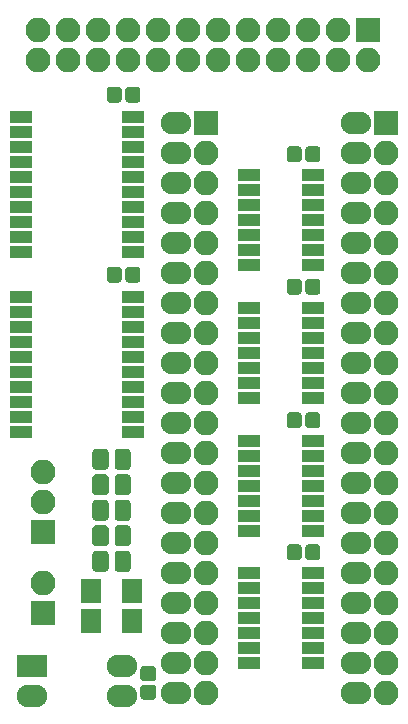
<source format=gts>
G04 #@! TF.GenerationSoftware,KiCad,Pcbnew,(5.1.2-1)-1*
G04 #@! TF.CreationDate,2019-05-24T16:53:51+02:00*
G04 #@! TF.ProjectId,TriMod CBM Adapter (SMD-Version),5472694d-6f64-4204-9342-4d2041646170,1.1*
G04 #@! TF.SameCoordinates,Original*
G04 #@! TF.FileFunction,Soldermask,Top*
G04 #@! TF.FilePolarity,Negative*
%FSLAX46Y46*%
G04 Gerber Fmt 4.6, Leading zero omitted, Abs format (unit mm)*
G04 Created by KiCad (PCBNEW (5.1.2-1)-1) date 2019-05-24 16:53:51*
%MOMM*%
%LPD*%
G04 APERTURE LIST*
%ADD10R,2.100000X2.100000*%
%ADD11O,2.100000X2.100000*%
%ADD12R,1.700000X2.100000*%
%ADD13C,0.100000*%
%ADD14C,1.375000*%
%ADD15R,2.597100X1.898600*%
%ADD16O,2.597100X1.898600*%
%ADD17R,1.900000X1.000000*%
%ADD18O,2.600000X1.900000*%
%ADD19C,1.275000*%
G04 APERTURE END LIST*
D10*
X119570000Y-110871000D03*
D11*
X119570000Y-108331000D03*
X119570000Y-105791000D03*
D12*
X127099000Y-118364000D03*
X123599000Y-118364000D03*
X123599000Y-115824000D03*
X127099000Y-115824000D03*
D11*
X133350000Y-124460000D03*
X133350000Y-121920000D03*
X133350000Y-119380000D03*
X133350000Y-116840000D03*
X133350000Y-114300000D03*
X133350000Y-111760000D03*
X133350000Y-109220000D03*
X133350000Y-106680000D03*
X133350000Y-104140000D03*
X133350000Y-101600000D03*
X133350000Y-99060000D03*
X133350000Y-96520000D03*
X133350000Y-93980000D03*
X133350000Y-91440000D03*
X133350000Y-88900000D03*
X133350000Y-86360000D03*
X133350000Y-83820000D03*
X133350000Y-81280000D03*
X133350000Y-78740000D03*
D10*
X133350000Y-76200000D03*
X148590000Y-76200000D03*
D11*
X148590000Y-78740000D03*
X148590000Y-81280000D03*
X148590000Y-83820000D03*
X148590000Y-86360000D03*
X148590000Y-88900000D03*
X148590000Y-91440000D03*
X148590000Y-93980000D03*
X148590000Y-96520000D03*
X148590000Y-99060000D03*
X148590000Y-101600000D03*
X148590000Y-104140000D03*
X148590000Y-106680000D03*
X148590000Y-109220000D03*
X148590000Y-111760000D03*
X148590000Y-114300000D03*
X148590000Y-116840000D03*
X148590000Y-119380000D03*
X148590000Y-121920000D03*
X148590000Y-124460000D03*
X119126000Y-70866000D03*
X119126000Y-68326000D03*
X121666000Y-70866000D03*
X121666000Y-68326000D03*
X124206000Y-70866000D03*
X124206000Y-68326000D03*
X126746000Y-70866000D03*
X126746000Y-68326000D03*
X129286000Y-70866000D03*
X129286000Y-68326000D03*
X131826000Y-70866000D03*
X131826000Y-68326000D03*
X134366000Y-70866000D03*
X134366000Y-68326000D03*
X136906000Y-70866000D03*
X136906000Y-68326000D03*
X139446000Y-70866000D03*
X139446000Y-68326000D03*
X141986000Y-70866000D03*
X141986000Y-68326000D03*
X144526000Y-70866000D03*
X144526000Y-68326000D03*
X147066000Y-70866000D03*
D10*
X147066000Y-68326000D03*
X119570000Y-117729000D03*
D11*
X119570000Y-115189000D03*
D13*
G36*
X126663943Y-103813655D02*
G01*
X126697312Y-103818605D01*
X126730035Y-103826802D01*
X126761797Y-103838166D01*
X126792293Y-103852590D01*
X126821227Y-103869932D01*
X126848323Y-103890028D01*
X126873318Y-103912682D01*
X126895972Y-103937677D01*
X126916068Y-103964773D01*
X126933410Y-103993707D01*
X126947834Y-104024203D01*
X126959198Y-104055965D01*
X126967395Y-104088688D01*
X126972345Y-104122057D01*
X126974000Y-104155750D01*
X126974000Y-105268250D01*
X126972345Y-105301943D01*
X126967395Y-105335312D01*
X126959198Y-105368035D01*
X126947834Y-105399797D01*
X126933410Y-105430293D01*
X126916068Y-105459227D01*
X126895972Y-105486323D01*
X126873318Y-105511318D01*
X126848323Y-105533972D01*
X126821227Y-105554068D01*
X126792293Y-105571410D01*
X126761797Y-105585834D01*
X126730035Y-105597198D01*
X126697312Y-105605395D01*
X126663943Y-105610345D01*
X126630250Y-105612000D01*
X125942750Y-105612000D01*
X125909057Y-105610345D01*
X125875688Y-105605395D01*
X125842965Y-105597198D01*
X125811203Y-105585834D01*
X125780707Y-105571410D01*
X125751773Y-105554068D01*
X125724677Y-105533972D01*
X125699682Y-105511318D01*
X125677028Y-105486323D01*
X125656932Y-105459227D01*
X125639590Y-105430293D01*
X125625166Y-105399797D01*
X125613802Y-105368035D01*
X125605605Y-105335312D01*
X125600655Y-105301943D01*
X125599000Y-105268250D01*
X125599000Y-104155750D01*
X125600655Y-104122057D01*
X125605605Y-104088688D01*
X125613802Y-104055965D01*
X125625166Y-104024203D01*
X125639590Y-103993707D01*
X125656932Y-103964773D01*
X125677028Y-103937677D01*
X125699682Y-103912682D01*
X125724677Y-103890028D01*
X125751773Y-103869932D01*
X125780707Y-103852590D01*
X125811203Y-103838166D01*
X125842965Y-103826802D01*
X125875688Y-103818605D01*
X125909057Y-103813655D01*
X125942750Y-103812000D01*
X126630250Y-103812000D01*
X126663943Y-103813655D01*
X126663943Y-103813655D01*
G37*
D14*
X126286500Y-104712000D03*
D13*
G36*
X124788943Y-103813655D02*
G01*
X124822312Y-103818605D01*
X124855035Y-103826802D01*
X124886797Y-103838166D01*
X124917293Y-103852590D01*
X124946227Y-103869932D01*
X124973323Y-103890028D01*
X124998318Y-103912682D01*
X125020972Y-103937677D01*
X125041068Y-103964773D01*
X125058410Y-103993707D01*
X125072834Y-104024203D01*
X125084198Y-104055965D01*
X125092395Y-104088688D01*
X125097345Y-104122057D01*
X125099000Y-104155750D01*
X125099000Y-105268250D01*
X125097345Y-105301943D01*
X125092395Y-105335312D01*
X125084198Y-105368035D01*
X125072834Y-105399797D01*
X125058410Y-105430293D01*
X125041068Y-105459227D01*
X125020972Y-105486323D01*
X124998318Y-105511318D01*
X124973323Y-105533972D01*
X124946227Y-105554068D01*
X124917293Y-105571410D01*
X124886797Y-105585834D01*
X124855035Y-105597198D01*
X124822312Y-105605395D01*
X124788943Y-105610345D01*
X124755250Y-105612000D01*
X124067750Y-105612000D01*
X124034057Y-105610345D01*
X124000688Y-105605395D01*
X123967965Y-105597198D01*
X123936203Y-105585834D01*
X123905707Y-105571410D01*
X123876773Y-105554068D01*
X123849677Y-105533972D01*
X123824682Y-105511318D01*
X123802028Y-105486323D01*
X123781932Y-105459227D01*
X123764590Y-105430293D01*
X123750166Y-105399797D01*
X123738802Y-105368035D01*
X123730605Y-105335312D01*
X123725655Y-105301943D01*
X123724000Y-105268250D01*
X123724000Y-104155750D01*
X123725655Y-104122057D01*
X123730605Y-104088688D01*
X123738802Y-104055965D01*
X123750166Y-104024203D01*
X123764590Y-103993707D01*
X123781932Y-103964773D01*
X123802028Y-103937677D01*
X123824682Y-103912682D01*
X123849677Y-103890028D01*
X123876773Y-103869932D01*
X123905707Y-103852590D01*
X123936203Y-103838166D01*
X123967965Y-103826802D01*
X124000688Y-103818605D01*
X124034057Y-103813655D01*
X124067750Y-103812000D01*
X124755250Y-103812000D01*
X124788943Y-103813655D01*
X124788943Y-103813655D01*
G37*
D14*
X124411500Y-104712000D03*
D13*
G36*
X126663943Y-105971655D02*
G01*
X126697312Y-105976605D01*
X126730035Y-105984802D01*
X126761797Y-105996166D01*
X126792293Y-106010590D01*
X126821227Y-106027932D01*
X126848323Y-106048028D01*
X126873318Y-106070682D01*
X126895972Y-106095677D01*
X126916068Y-106122773D01*
X126933410Y-106151707D01*
X126947834Y-106182203D01*
X126959198Y-106213965D01*
X126967395Y-106246688D01*
X126972345Y-106280057D01*
X126974000Y-106313750D01*
X126974000Y-107426250D01*
X126972345Y-107459943D01*
X126967395Y-107493312D01*
X126959198Y-107526035D01*
X126947834Y-107557797D01*
X126933410Y-107588293D01*
X126916068Y-107617227D01*
X126895972Y-107644323D01*
X126873318Y-107669318D01*
X126848323Y-107691972D01*
X126821227Y-107712068D01*
X126792293Y-107729410D01*
X126761797Y-107743834D01*
X126730035Y-107755198D01*
X126697312Y-107763395D01*
X126663943Y-107768345D01*
X126630250Y-107770000D01*
X125942750Y-107770000D01*
X125909057Y-107768345D01*
X125875688Y-107763395D01*
X125842965Y-107755198D01*
X125811203Y-107743834D01*
X125780707Y-107729410D01*
X125751773Y-107712068D01*
X125724677Y-107691972D01*
X125699682Y-107669318D01*
X125677028Y-107644323D01*
X125656932Y-107617227D01*
X125639590Y-107588293D01*
X125625166Y-107557797D01*
X125613802Y-107526035D01*
X125605605Y-107493312D01*
X125600655Y-107459943D01*
X125599000Y-107426250D01*
X125599000Y-106313750D01*
X125600655Y-106280057D01*
X125605605Y-106246688D01*
X125613802Y-106213965D01*
X125625166Y-106182203D01*
X125639590Y-106151707D01*
X125656932Y-106122773D01*
X125677028Y-106095677D01*
X125699682Y-106070682D01*
X125724677Y-106048028D01*
X125751773Y-106027932D01*
X125780707Y-106010590D01*
X125811203Y-105996166D01*
X125842965Y-105984802D01*
X125875688Y-105976605D01*
X125909057Y-105971655D01*
X125942750Y-105970000D01*
X126630250Y-105970000D01*
X126663943Y-105971655D01*
X126663943Y-105971655D01*
G37*
D14*
X126286500Y-106870000D03*
D13*
G36*
X124788943Y-105971655D02*
G01*
X124822312Y-105976605D01*
X124855035Y-105984802D01*
X124886797Y-105996166D01*
X124917293Y-106010590D01*
X124946227Y-106027932D01*
X124973323Y-106048028D01*
X124998318Y-106070682D01*
X125020972Y-106095677D01*
X125041068Y-106122773D01*
X125058410Y-106151707D01*
X125072834Y-106182203D01*
X125084198Y-106213965D01*
X125092395Y-106246688D01*
X125097345Y-106280057D01*
X125099000Y-106313750D01*
X125099000Y-107426250D01*
X125097345Y-107459943D01*
X125092395Y-107493312D01*
X125084198Y-107526035D01*
X125072834Y-107557797D01*
X125058410Y-107588293D01*
X125041068Y-107617227D01*
X125020972Y-107644323D01*
X124998318Y-107669318D01*
X124973323Y-107691972D01*
X124946227Y-107712068D01*
X124917293Y-107729410D01*
X124886797Y-107743834D01*
X124855035Y-107755198D01*
X124822312Y-107763395D01*
X124788943Y-107768345D01*
X124755250Y-107770000D01*
X124067750Y-107770000D01*
X124034057Y-107768345D01*
X124000688Y-107763395D01*
X123967965Y-107755198D01*
X123936203Y-107743834D01*
X123905707Y-107729410D01*
X123876773Y-107712068D01*
X123849677Y-107691972D01*
X123824682Y-107669318D01*
X123802028Y-107644323D01*
X123781932Y-107617227D01*
X123764590Y-107588293D01*
X123750166Y-107557797D01*
X123738802Y-107526035D01*
X123730605Y-107493312D01*
X123725655Y-107459943D01*
X123724000Y-107426250D01*
X123724000Y-106313750D01*
X123725655Y-106280057D01*
X123730605Y-106246688D01*
X123738802Y-106213965D01*
X123750166Y-106182203D01*
X123764590Y-106151707D01*
X123781932Y-106122773D01*
X123802028Y-106095677D01*
X123824682Y-106070682D01*
X123849677Y-106048028D01*
X123876773Y-106027932D01*
X123905707Y-106010590D01*
X123936203Y-105996166D01*
X123967965Y-105984802D01*
X124000688Y-105976605D01*
X124034057Y-105971655D01*
X124067750Y-105970000D01*
X124755250Y-105970000D01*
X124788943Y-105971655D01*
X124788943Y-105971655D01*
G37*
D14*
X124411500Y-106870000D03*
D13*
G36*
X124788943Y-108131655D02*
G01*
X124822312Y-108136605D01*
X124855035Y-108144802D01*
X124886797Y-108156166D01*
X124917293Y-108170590D01*
X124946227Y-108187932D01*
X124973323Y-108208028D01*
X124998318Y-108230682D01*
X125020972Y-108255677D01*
X125041068Y-108282773D01*
X125058410Y-108311707D01*
X125072834Y-108342203D01*
X125084198Y-108373965D01*
X125092395Y-108406688D01*
X125097345Y-108440057D01*
X125099000Y-108473750D01*
X125099000Y-109586250D01*
X125097345Y-109619943D01*
X125092395Y-109653312D01*
X125084198Y-109686035D01*
X125072834Y-109717797D01*
X125058410Y-109748293D01*
X125041068Y-109777227D01*
X125020972Y-109804323D01*
X124998318Y-109829318D01*
X124973323Y-109851972D01*
X124946227Y-109872068D01*
X124917293Y-109889410D01*
X124886797Y-109903834D01*
X124855035Y-109915198D01*
X124822312Y-109923395D01*
X124788943Y-109928345D01*
X124755250Y-109930000D01*
X124067750Y-109930000D01*
X124034057Y-109928345D01*
X124000688Y-109923395D01*
X123967965Y-109915198D01*
X123936203Y-109903834D01*
X123905707Y-109889410D01*
X123876773Y-109872068D01*
X123849677Y-109851972D01*
X123824682Y-109829318D01*
X123802028Y-109804323D01*
X123781932Y-109777227D01*
X123764590Y-109748293D01*
X123750166Y-109717797D01*
X123738802Y-109686035D01*
X123730605Y-109653312D01*
X123725655Y-109619943D01*
X123724000Y-109586250D01*
X123724000Y-108473750D01*
X123725655Y-108440057D01*
X123730605Y-108406688D01*
X123738802Y-108373965D01*
X123750166Y-108342203D01*
X123764590Y-108311707D01*
X123781932Y-108282773D01*
X123802028Y-108255677D01*
X123824682Y-108230682D01*
X123849677Y-108208028D01*
X123876773Y-108187932D01*
X123905707Y-108170590D01*
X123936203Y-108156166D01*
X123967965Y-108144802D01*
X124000688Y-108136605D01*
X124034057Y-108131655D01*
X124067750Y-108130000D01*
X124755250Y-108130000D01*
X124788943Y-108131655D01*
X124788943Y-108131655D01*
G37*
D14*
X124411500Y-109030000D03*
D13*
G36*
X126663943Y-108131655D02*
G01*
X126697312Y-108136605D01*
X126730035Y-108144802D01*
X126761797Y-108156166D01*
X126792293Y-108170590D01*
X126821227Y-108187932D01*
X126848323Y-108208028D01*
X126873318Y-108230682D01*
X126895972Y-108255677D01*
X126916068Y-108282773D01*
X126933410Y-108311707D01*
X126947834Y-108342203D01*
X126959198Y-108373965D01*
X126967395Y-108406688D01*
X126972345Y-108440057D01*
X126974000Y-108473750D01*
X126974000Y-109586250D01*
X126972345Y-109619943D01*
X126967395Y-109653312D01*
X126959198Y-109686035D01*
X126947834Y-109717797D01*
X126933410Y-109748293D01*
X126916068Y-109777227D01*
X126895972Y-109804323D01*
X126873318Y-109829318D01*
X126848323Y-109851972D01*
X126821227Y-109872068D01*
X126792293Y-109889410D01*
X126761797Y-109903834D01*
X126730035Y-109915198D01*
X126697312Y-109923395D01*
X126663943Y-109928345D01*
X126630250Y-109930000D01*
X125942750Y-109930000D01*
X125909057Y-109928345D01*
X125875688Y-109923395D01*
X125842965Y-109915198D01*
X125811203Y-109903834D01*
X125780707Y-109889410D01*
X125751773Y-109872068D01*
X125724677Y-109851972D01*
X125699682Y-109829318D01*
X125677028Y-109804323D01*
X125656932Y-109777227D01*
X125639590Y-109748293D01*
X125625166Y-109717797D01*
X125613802Y-109686035D01*
X125605605Y-109653312D01*
X125600655Y-109619943D01*
X125599000Y-109586250D01*
X125599000Y-108473750D01*
X125600655Y-108440057D01*
X125605605Y-108406688D01*
X125613802Y-108373965D01*
X125625166Y-108342203D01*
X125639590Y-108311707D01*
X125656932Y-108282773D01*
X125677028Y-108255677D01*
X125699682Y-108230682D01*
X125724677Y-108208028D01*
X125751773Y-108187932D01*
X125780707Y-108170590D01*
X125811203Y-108156166D01*
X125842965Y-108144802D01*
X125875688Y-108136605D01*
X125909057Y-108131655D01*
X125942750Y-108130000D01*
X126630250Y-108130000D01*
X126663943Y-108131655D01*
X126663943Y-108131655D01*
G37*
D14*
X126286500Y-109030000D03*
D13*
G36*
X126663943Y-110289655D02*
G01*
X126697312Y-110294605D01*
X126730035Y-110302802D01*
X126761797Y-110314166D01*
X126792293Y-110328590D01*
X126821227Y-110345932D01*
X126848323Y-110366028D01*
X126873318Y-110388682D01*
X126895972Y-110413677D01*
X126916068Y-110440773D01*
X126933410Y-110469707D01*
X126947834Y-110500203D01*
X126959198Y-110531965D01*
X126967395Y-110564688D01*
X126972345Y-110598057D01*
X126974000Y-110631750D01*
X126974000Y-111744250D01*
X126972345Y-111777943D01*
X126967395Y-111811312D01*
X126959198Y-111844035D01*
X126947834Y-111875797D01*
X126933410Y-111906293D01*
X126916068Y-111935227D01*
X126895972Y-111962323D01*
X126873318Y-111987318D01*
X126848323Y-112009972D01*
X126821227Y-112030068D01*
X126792293Y-112047410D01*
X126761797Y-112061834D01*
X126730035Y-112073198D01*
X126697312Y-112081395D01*
X126663943Y-112086345D01*
X126630250Y-112088000D01*
X125942750Y-112088000D01*
X125909057Y-112086345D01*
X125875688Y-112081395D01*
X125842965Y-112073198D01*
X125811203Y-112061834D01*
X125780707Y-112047410D01*
X125751773Y-112030068D01*
X125724677Y-112009972D01*
X125699682Y-111987318D01*
X125677028Y-111962323D01*
X125656932Y-111935227D01*
X125639590Y-111906293D01*
X125625166Y-111875797D01*
X125613802Y-111844035D01*
X125605605Y-111811312D01*
X125600655Y-111777943D01*
X125599000Y-111744250D01*
X125599000Y-110631750D01*
X125600655Y-110598057D01*
X125605605Y-110564688D01*
X125613802Y-110531965D01*
X125625166Y-110500203D01*
X125639590Y-110469707D01*
X125656932Y-110440773D01*
X125677028Y-110413677D01*
X125699682Y-110388682D01*
X125724677Y-110366028D01*
X125751773Y-110345932D01*
X125780707Y-110328590D01*
X125811203Y-110314166D01*
X125842965Y-110302802D01*
X125875688Y-110294605D01*
X125909057Y-110289655D01*
X125942750Y-110288000D01*
X126630250Y-110288000D01*
X126663943Y-110289655D01*
X126663943Y-110289655D01*
G37*
D14*
X126286500Y-111188000D03*
D13*
G36*
X124788943Y-110289655D02*
G01*
X124822312Y-110294605D01*
X124855035Y-110302802D01*
X124886797Y-110314166D01*
X124917293Y-110328590D01*
X124946227Y-110345932D01*
X124973323Y-110366028D01*
X124998318Y-110388682D01*
X125020972Y-110413677D01*
X125041068Y-110440773D01*
X125058410Y-110469707D01*
X125072834Y-110500203D01*
X125084198Y-110531965D01*
X125092395Y-110564688D01*
X125097345Y-110598057D01*
X125099000Y-110631750D01*
X125099000Y-111744250D01*
X125097345Y-111777943D01*
X125092395Y-111811312D01*
X125084198Y-111844035D01*
X125072834Y-111875797D01*
X125058410Y-111906293D01*
X125041068Y-111935227D01*
X125020972Y-111962323D01*
X124998318Y-111987318D01*
X124973323Y-112009972D01*
X124946227Y-112030068D01*
X124917293Y-112047410D01*
X124886797Y-112061834D01*
X124855035Y-112073198D01*
X124822312Y-112081395D01*
X124788943Y-112086345D01*
X124755250Y-112088000D01*
X124067750Y-112088000D01*
X124034057Y-112086345D01*
X124000688Y-112081395D01*
X123967965Y-112073198D01*
X123936203Y-112061834D01*
X123905707Y-112047410D01*
X123876773Y-112030068D01*
X123849677Y-112009972D01*
X123824682Y-111987318D01*
X123802028Y-111962323D01*
X123781932Y-111935227D01*
X123764590Y-111906293D01*
X123750166Y-111875797D01*
X123738802Y-111844035D01*
X123730605Y-111811312D01*
X123725655Y-111777943D01*
X123724000Y-111744250D01*
X123724000Y-110631750D01*
X123725655Y-110598057D01*
X123730605Y-110564688D01*
X123738802Y-110531965D01*
X123750166Y-110500203D01*
X123764590Y-110469707D01*
X123781932Y-110440773D01*
X123802028Y-110413677D01*
X123824682Y-110388682D01*
X123849677Y-110366028D01*
X123876773Y-110345932D01*
X123905707Y-110328590D01*
X123936203Y-110314166D01*
X123967965Y-110302802D01*
X124000688Y-110294605D01*
X124034057Y-110289655D01*
X124067750Y-110288000D01*
X124755250Y-110288000D01*
X124788943Y-110289655D01*
X124788943Y-110289655D01*
G37*
D14*
X124411500Y-111188000D03*
D13*
G36*
X126663943Y-112449655D02*
G01*
X126697312Y-112454605D01*
X126730035Y-112462802D01*
X126761797Y-112474166D01*
X126792293Y-112488590D01*
X126821227Y-112505932D01*
X126848323Y-112526028D01*
X126873318Y-112548682D01*
X126895972Y-112573677D01*
X126916068Y-112600773D01*
X126933410Y-112629707D01*
X126947834Y-112660203D01*
X126959198Y-112691965D01*
X126967395Y-112724688D01*
X126972345Y-112758057D01*
X126974000Y-112791750D01*
X126974000Y-113904250D01*
X126972345Y-113937943D01*
X126967395Y-113971312D01*
X126959198Y-114004035D01*
X126947834Y-114035797D01*
X126933410Y-114066293D01*
X126916068Y-114095227D01*
X126895972Y-114122323D01*
X126873318Y-114147318D01*
X126848323Y-114169972D01*
X126821227Y-114190068D01*
X126792293Y-114207410D01*
X126761797Y-114221834D01*
X126730035Y-114233198D01*
X126697312Y-114241395D01*
X126663943Y-114246345D01*
X126630250Y-114248000D01*
X125942750Y-114248000D01*
X125909057Y-114246345D01*
X125875688Y-114241395D01*
X125842965Y-114233198D01*
X125811203Y-114221834D01*
X125780707Y-114207410D01*
X125751773Y-114190068D01*
X125724677Y-114169972D01*
X125699682Y-114147318D01*
X125677028Y-114122323D01*
X125656932Y-114095227D01*
X125639590Y-114066293D01*
X125625166Y-114035797D01*
X125613802Y-114004035D01*
X125605605Y-113971312D01*
X125600655Y-113937943D01*
X125599000Y-113904250D01*
X125599000Y-112791750D01*
X125600655Y-112758057D01*
X125605605Y-112724688D01*
X125613802Y-112691965D01*
X125625166Y-112660203D01*
X125639590Y-112629707D01*
X125656932Y-112600773D01*
X125677028Y-112573677D01*
X125699682Y-112548682D01*
X125724677Y-112526028D01*
X125751773Y-112505932D01*
X125780707Y-112488590D01*
X125811203Y-112474166D01*
X125842965Y-112462802D01*
X125875688Y-112454605D01*
X125909057Y-112449655D01*
X125942750Y-112448000D01*
X126630250Y-112448000D01*
X126663943Y-112449655D01*
X126663943Y-112449655D01*
G37*
D14*
X126286500Y-113348000D03*
D13*
G36*
X124788943Y-112449655D02*
G01*
X124822312Y-112454605D01*
X124855035Y-112462802D01*
X124886797Y-112474166D01*
X124917293Y-112488590D01*
X124946227Y-112505932D01*
X124973323Y-112526028D01*
X124998318Y-112548682D01*
X125020972Y-112573677D01*
X125041068Y-112600773D01*
X125058410Y-112629707D01*
X125072834Y-112660203D01*
X125084198Y-112691965D01*
X125092395Y-112724688D01*
X125097345Y-112758057D01*
X125099000Y-112791750D01*
X125099000Y-113904250D01*
X125097345Y-113937943D01*
X125092395Y-113971312D01*
X125084198Y-114004035D01*
X125072834Y-114035797D01*
X125058410Y-114066293D01*
X125041068Y-114095227D01*
X125020972Y-114122323D01*
X124998318Y-114147318D01*
X124973323Y-114169972D01*
X124946227Y-114190068D01*
X124917293Y-114207410D01*
X124886797Y-114221834D01*
X124855035Y-114233198D01*
X124822312Y-114241395D01*
X124788943Y-114246345D01*
X124755250Y-114248000D01*
X124067750Y-114248000D01*
X124034057Y-114246345D01*
X124000688Y-114241395D01*
X123967965Y-114233198D01*
X123936203Y-114221834D01*
X123905707Y-114207410D01*
X123876773Y-114190068D01*
X123849677Y-114169972D01*
X123824682Y-114147318D01*
X123802028Y-114122323D01*
X123781932Y-114095227D01*
X123764590Y-114066293D01*
X123750166Y-114035797D01*
X123738802Y-114004035D01*
X123730605Y-113971312D01*
X123725655Y-113937943D01*
X123724000Y-113904250D01*
X123724000Y-112791750D01*
X123725655Y-112758057D01*
X123730605Y-112724688D01*
X123738802Y-112691965D01*
X123750166Y-112660203D01*
X123764590Y-112629707D01*
X123781932Y-112600773D01*
X123802028Y-112573677D01*
X123824682Y-112548682D01*
X123849677Y-112526028D01*
X123876773Y-112505932D01*
X123905707Y-112488590D01*
X123936203Y-112474166D01*
X123967965Y-112462802D01*
X124000688Y-112454605D01*
X124034057Y-112449655D01*
X124067750Y-112448000D01*
X124755250Y-112448000D01*
X124788943Y-112449655D01*
X124788943Y-112449655D01*
G37*
D14*
X124411500Y-113348000D03*
D15*
X118618000Y-122174000D03*
D16*
X126238000Y-122174000D03*
X118618000Y-124714000D03*
X126238000Y-124714000D03*
D17*
X142400000Y-114300000D03*
X142400000Y-115570000D03*
X142400000Y-116840000D03*
X142400000Y-118110000D03*
X142400000Y-119380000D03*
X142400000Y-120650000D03*
X142400000Y-121920000D03*
X137000000Y-121920000D03*
X137000000Y-120650000D03*
X137000000Y-119380000D03*
X137000000Y-118110000D03*
X137000000Y-116840000D03*
X137000000Y-115570000D03*
X137000000Y-114300000D03*
X137000000Y-103188000D03*
X137000000Y-104458000D03*
X137000000Y-105728000D03*
X137000000Y-106998000D03*
X137000000Y-108268000D03*
X137000000Y-109538000D03*
X137000000Y-110808000D03*
X142400000Y-110808000D03*
X142400000Y-109538000D03*
X142400000Y-108268000D03*
X142400000Y-106998000D03*
X142400000Y-105728000D03*
X142400000Y-104458000D03*
X142400000Y-103188000D03*
X142400000Y-91884500D03*
X142400000Y-93154500D03*
X142400000Y-94424500D03*
X142400000Y-95694500D03*
X142400000Y-96964500D03*
X142400000Y-98234500D03*
X142400000Y-99504500D03*
X137000000Y-99504500D03*
X137000000Y-98234500D03*
X137000000Y-96964500D03*
X137000000Y-95694500D03*
X137000000Y-94424500D03*
X137000000Y-93154500D03*
X137000000Y-91884500D03*
D18*
X130810000Y-76200000D03*
X130810000Y-78740000D03*
X130810000Y-81280000D03*
X130810000Y-83820000D03*
X130810000Y-86360000D03*
X130810000Y-88900000D03*
X130810000Y-91440000D03*
X130810000Y-93980000D03*
X130810000Y-96520000D03*
X130810000Y-99060000D03*
X130810000Y-101600000D03*
X130810000Y-104140000D03*
X130810000Y-106680000D03*
X130810000Y-109220000D03*
X130810000Y-111760000D03*
X130810000Y-114300000D03*
X130810000Y-116840000D03*
X130810000Y-119380000D03*
X130810000Y-121920000D03*
X130810000Y-124460000D03*
X146050000Y-124460000D03*
X146050000Y-121920000D03*
X146050000Y-119380000D03*
X146050000Y-116840000D03*
X146050000Y-114300000D03*
X146050000Y-111760000D03*
X146050000Y-109220000D03*
X146050000Y-106680000D03*
X146050000Y-104140000D03*
X146050000Y-101600000D03*
X146050000Y-99060000D03*
X146050000Y-96520000D03*
X146050000Y-93980000D03*
X146050000Y-91440000D03*
X146050000Y-88900000D03*
X146050000Y-86360000D03*
X146050000Y-83820000D03*
X146050000Y-81280000D03*
X146050000Y-78740000D03*
X146050000Y-76200000D03*
D17*
X117678000Y-82105500D03*
X117678000Y-80835500D03*
X117678000Y-79565500D03*
X117678000Y-78295500D03*
X117678000Y-77025500D03*
X117678000Y-75755500D03*
X117678000Y-83375500D03*
X117678000Y-84645500D03*
X117678000Y-85915500D03*
X117678000Y-87185500D03*
X127178000Y-87185500D03*
X127178000Y-85915500D03*
X127178000Y-84645500D03*
X127178000Y-83375500D03*
X127178000Y-82105500D03*
X127178000Y-80835500D03*
X127178000Y-79565500D03*
X127178000Y-78295500D03*
X127178000Y-77025500D03*
X127178000Y-75755500D03*
X127178000Y-90995500D03*
X127178000Y-92265500D03*
X127178000Y-93535500D03*
X127178000Y-94805500D03*
X127178000Y-96075500D03*
X127178000Y-97345500D03*
X127178000Y-98615500D03*
X127178000Y-99885500D03*
X127178000Y-101155500D03*
X127178000Y-102425500D03*
X117678000Y-102425500D03*
X117678000Y-101155500D03*
X117678000Y-99885500D03*
X117678000Y-98615500D03*
X117678000Y-90995500D03*
X117678000Y-92265500D03*
X117678000Y-93535500D03*
X117678000Y-94805500D03*
X117678000Y-96075500D03*
X117678000Y-97345500D03*
X137000000Y-80645000D03*
X137000000Y-81915000D03*
X137000000Y-83185000D03*
X137000000Y-84455000D03*
X137000000Y-85725000D03*
X137000000Y-86995000D03*
X137000000Y-88265000D03*
X142400000Y-88265000D03*
X142400000Y-86995000D03*
X142400000Y-85725000D03*
X142400000Y-84455000D03*
X142400000Y-83185000D03*
X142400000Y-81915000D03*
X142400000Y-80645000D03*
D13*
G36*
X141167493Y-111912535D02*
G01*
X141198435Y-111917125D01*
X141228778Y-111924725D01*
X141258230Y-111935263D01*
X141286508Y-111948638D01*
X141313338Y-111964719D01*
X141338463Y-111983353D01*
X141361640Y-112004360D01*
X141382647Y-112027537D01*
X141401281Y-112052662D01*
X141417362Y-112079492D01*
X141430737Y-112107770D01*
X141441275Y-112137222D01*
X141448875Y-112167565D01*
X141453465Y-112198507D01*
X141455000Y-112229750D01*
X141455000Y-112942250D01*
X141453465Y-112973493D01*
X141448875Y-113004435D01*
X141441275Y-113034778D01*
X141430737Y-113064230D01*
X141417362Y-113092508D01*
X141401281Y-113119338D01*
X141382647Y-113144463D01*
X141361640Y-113167640D01*
X141338463Y-113188647D01*
X141313338Y-113207281D01*
X141286508Y-113223362D01*
X141258230Y-113236737D01*
X141228778Y-113247275D01*
X141198435Y-113254875D01*
X141167493Y-113259465D01*
X141136250Y-113261000D01*
X140498750Y-113261000D01*
X140467507Y-113259465D01*
X140436565Y-113254875D01*
X140406222Y-113247275D01*
X140376770Y-113236737D01*
X140348492Y-113223362D01*
X140321662Y-113207281D01*
X140296537Y-113188647D01*
X140273360Y-113167640D01*
X140252353Y-113144463D01*
X140233719Y-113119338D01*
X140217638Y-113092508D01*
X140204263Y-113064230D01*
X140193725Y-113034778D01*
X140186125Y-113004435D01*
X140181535Y-112973493D01*
X140180000Y-112942250D01*
X140180000Y-112229750D01*
X140181535Y-112198507D01*
X140186125Y-112167565D01*
X140193725Y-112137222D01*
X140204263Y-112107770D01*
X140217638Y-112079492D01*
X140233719Y-112052662D01*
X140252353Y-112027537D01*
X140273360Y-112004360D01*
X140296537Y-111983353D01*
X140321662Y-111964719D01*
X140348492Y-111948638D01*
X140376770Y-111935263D01*
X140406222Y-111924725D01*
X140436565Y-111917125D01*
X140467507Y-111912535D01*
X140498750Y-111911000D01*
X141136250Y-111911000D01*
X141167493Y-111912535D01*
X141167493Y-111912535D01*
G37*
D19*
X140817500Y-112586000D03*
D13*
G36*
X142742493Y-111912535D02*
G01*
X142773435Y-111917125D01*
X142803778Y-111924725D01*
X142833230Y-111935263D01*
X142861508Y-111948638D01*
X142888338Y-111964719D01*
X142913463Y-111983353D01*
X142936640Y-112004360D01*
X142957647Y-112027537D01*
X142976281Y-112052662D01*
X142992362Y-112079492D01*
X143005737Y-112107770D01*
X143016275Y-112137222D01*
X143023875Y-112167565D01*
X143028465Y-112198507D01*
X143030000Y-112229750D01*
X143030000Y-112942250D01*
X143028465Y-112973493D01*
X143023875Y-113004435D01*
X143016275Y-113034778D01*
X143005737Y-113064230D01*
X142992362Y-113092508D01*
X142976281Y-113119338D01*
X142957647Y-113144463D01*
X142936640Y-113167640D01*
X142913463Y-113188647D01*
X142888338Y-113207281D01*
X142861508Y-113223362D01*
X142833230Y-113236737D01*
X142803778Y-113247275D01*
X142773435Y-113254875D01*
X142742493Y-113259465D01*
X142711250Y-113261000D01*
X142073750Y-113261000D01*
X142042507Y-113259465D01*
X142011565Y-113254875D01*
X141981222Y-113247275D01*
X141951770Y-113236737D01*
X141923492Y-113223362D01*
X141896662Y-113207281D01*
X141871537Y-113188647D01*
X141848360Y-113167640D01*
X141827353Y-113144463D01*
X141808719Y-113119338D01*
X141792638Y-113092508D01*
X141779263Y-113064230D01*
X141768725Y-113034778D01*
X141761125Y-113004435D01*
X141756535Y-112973493D01*
X141755000Y-112942250D01*
X141755000Y-112229750D01*
X141756535Y-112198507D01*
X141761125Y-112167565D01*
X141768725Y-112137222D01*
X141779263Y-112107770D01*
X141792638Y-112079492D01*
X141808719Y-112052662D01*
X141827353Y-112027537D01*
X141848360Y-112004360D01*
X141871537Y-111983353D01*
X141896662Y-111964719D01*
X141923492Y-111948638D01*
X141951770Y-111935263D01*
X141981222Y-111924725D01*
X142011565Y-111917125D01*
X142042507Y-111912535D01*
X142073750Y-111911000D01*
X142711250Y-111911000D01*
X142742493Y-111912535D01*
X142742493Y-111912535D01*
G37*
D19*
X142392500Y-112586000D03*
D13*
G36*
X142742493Y-100736535D02*
G01*
X142773435Y-100741125D01*
X142803778Y-100748725D01*
X142833230Y-100759263D01*
X142861508Y-100772638D01*
X142888338Y-100788719D01*
X142913463Y-100807353D01*
X142936640Y-100828360D01*
X142957647Y-100851537D01*
X142976281Y-100876662D01*
X142992362Y-100903492D01*
X143005737Y-100931770D01*
X143016275Y-100961222D01*
X143023875Y-100991565D01*
X143028465Y-101022507D01*
X143030000Y-101053750D01*
X143030000Y-101766250D01*
X143028465Y-101797493D01*
X143023875Y-101828435D01*
X143016275Y-101858778D01*
X143005737Y-101888230D01*
X142992362Y-101916508D01*
X142976281Y-101943338D01*
X142957647Y-101968463D01*
X142936640Y-101991640D01*
X142913463Y-102012647D01*
X142888338Y-102031281D01*
X142861508Y-102047362D01*
X142833230Y-102060737D01*
X142803778Y-102071275D01*
X142773435Y-102078875D01*
X142742493Y-102083465D01*
X142711250Y-102085000D01*
X142073750Y-102085000D01*
X142042507Y-102083465D01*
X142011565Y-102078875D01*
X141981222Y-102071275D01*
X141951770Y-102060737D01*
X141923492Y-102047362D01*
X141896662Y-102031281D01*
X141871537Y-102012647D01*
X141848360Y-101991640D01*
X141827353Y-101968463D01*
X141808719Y-101943338D01*
X141792638Y-101916508D01*
X141779263Y-101888230D01*
X141768725Y-101858778D01*
X141761125Y-101828435D01*
X141756535Y-101797493D01*
X141755000Y-101766250D01*
X141755000Y-101053750D01*
X141756535Y-101022507D01*
X141761125Y-100991565D01*
X141768725Y-100961222D01*
X141779263Y-100931770D01*
X141792638Y-100903492D01*
X141808719Y-100876662D01*
X141827353Y-100851537D01*
X141848360Y-100828360D01*
X141871537Y-100807353D01*
X141896662Y-100788719D01*
X141923492Y-100772638D01*
X141951770Y-100759263D01*
X141981222Y-100748725D01*
X142011565Y-100741125D01*
X142042507Y-100736535D01*
X142073750Y-100735000D01*
X142711250Y-100735000D01*
X142742493Y-100736535D01*
X142742493Y-100736535D01*
G37*
D19*
X142392500Y-101410000D03*
D13*
G36*
X141167493Y-100736535D02*
G01*
X141198435Y-100741125D01*
X141228778Y-100748725D01*
X141258230Y-100759263D01*
X141286508Y-100772638D01*
X141313338Y-100788719D01*
X141338463Y-100807353D01*
X141361640Y-100828360D01*
X141382647Y-100851537D01*
X141401281Y-100876662D01*
X141417362Y-100903492D01*
X141430737Y-100931770D01*
X141441275Y-100961222D01*
X141448875Y-100991565D01*
X141453465Y-101022507D01*
X141455000Y-101053750D01*
X141455000Y-101766250D01*
X141453465Y-101797493D01*
X141448875Y-101828435D01*
X141441275Y-101858778D01*
X141430737Y-101888230D01*
X141417362Y-101916508D01*
X141401281Y-101943338D01*
X141382647Y-101968463D01*
X141361640Y-101991640D01*
X141338463Y-102012647D01*
X141313338Y-102031281D01*
X141286508Y-102047362D01*
X141258230Y-102060737D01*
X141228778Y-102071275D01*
X141198435Y-102078875D01*
X141167493Y-102083465D01*
X141136250Y-102085000D01*
X140498750Y-102085000D01*
X140467507Y-102083465D01*
X140436565Y-102078875D01*
X140406222Y-102071275D01*
X140376770Y-102060737D01*
X140348492Y-102047362D01*
X140321662Y-102031281D01*
X140296537Y-102012647D01*
X140273360Y-101991640D01*
X140252353Y-101968463D01*
X140233719Y-101943338D01*
X140217638Y-101916508D01*
X140204263Y-101888230D01*
X140193725Y-101858778D01*
X140186125Y-101828435D01*
X140181535Y-101797493D01*
X140180000Y-101766250D01*
X140180000Y-101053750D01*
X140181535Y-101022507D01*
X140186125Y-100991565D01*
X140193725Y-100961222D01*
X140204263Y-100931770D01*
X140217638Y-100903492D01*
X140233719Y-100876662D01*
X140252353Y-100851537D01*
X140273360Y-100828360D01*
X140296537Y-100807353D01*
X140321662Y-100788719D01*
X140348492Y-100772638D01*
X140376770Y-100759263D01*
X140406222Y-100748725D01*
X140436565Y-100741125D01*
X140467507Y-100736535D01*
X140498750Y-100735000D01*
X141136250Y-100735000D01*
X141167493Y-100736535D01*
X141167493Y-100736535D01*
G37*
D19*
X140817500Y-101410000D03*
D13*
G36*
X141167493Y-89433035D02*
G01*
X141198435Y-89437625D01*
X141228778Y-89445225D01*
X141258230Y-89455763D01*
X141286508Y-89469138D01*
X141313338Y-89485219D01*
X141338463Y-89503853D01*
X141361640Y-89524860D01*
X141382647Y-89548037D01*
X141401281Y-89573162D01*
X141417362Y-89599992D01*
X141430737Y-89628270D01*
X141441275Y-89657722D01*
X141448875Y-89688065D01*
X141453465Y-89719007D01*
X141455000Y-89750250D01*
X141455000Y-90462750D01*
X141453465Y-90493993D01*
X141448875Y-90524935D01*
X141441275Y-90555278D01*
X141430737Y-90584730D01*
X141417362Y-90613008D01*
X141401281Y-90639838D01*
X141382647Y-90664963D01*
X141361640Y-90688140D01*
X141338463Y-90709147D01*
X141313338Y-90727781D01*
X141286508Y-90743862D01*
X141258230Y-90757237D01*
X141228778Y-90767775D01*
X141198435Y-90775375D01*
X141167493Y-90779965D01*
X141136250Y-90781500D01*
X140498750Y-90781500D01*
X140467507Y-90779965D01*
X140436565Y-90775375D01*
X140406222Y-90767775D01*
X140376770Y-90757237D01*
X140348492Y-90743862D01*
X140321662Y-90727781D01*
X140296537Y-90709147D01*
X140273360Y-90688140D01*
X140252353Y-90664963D01*
X140233719Y-90639838D01*
X140217638Y-90613008D01*
X140204263Y-90584730D01*
X140193725Y-90555278D01*
X140186125Y-90524935D01*
X140181535Y-90493993D01*
X140180000Y-90462750D01*
X140180000Y-89750250D01*
X140181535Y-89719007D01*
X140186125Y-89688065D01*
X140193725Y-89657722D01*
X140204263Y-89628270D01*
X140217638Y-89599992D01*
X140233719Y-89573162D01*
X140252353Y-89548037D01*
X140273360Y-89524860D01*
X140296537Y-89503853D01*
X140321662Y-89485219D01*
X140348492Y-89469138D01*
X140376770Y-89455763D01*
X140406222Y-89445225D01*
X140436565Y-89437625D01*
X140467507Y-89433035D01*
X140498750Y-89431500D01*
X141136250Y-89431500D01*
X141167493Y-89433035D01*
X141167493Y-89433035D01*
G37*
D19*
X140817500Y-90106500D03*
D13*
G36*
X142742493Y-89433035D02*
G01*
X142773435Y-89437625D01*
X142803778Y-89445225D01*
X142833230Y-89455763D01*
X142861508Y-89469138D01*
X142888338Y-89485219D01*
X142913463Y-89503853D01*
X142936640Y-89524860D01*
X142957647Y-89548037D01*
X142976281Y-89573162D01*
X142992362Y-89599992D01*
X143005737Y-89628270D01*
X143016275Y-89657722D01*
X143023875Y-89688065D01*
X143028465Y-89719007D01*
X143030000Y-89750250D01*
X143030000Y-90462750D01*
X143028465Y-90493993D01*
X143023875Y-90524935D01*
X143016275Y-90555278D01*
X143005737Y-90584730D01*
X142992362Y-90613008D01*
X142976281Y-90639838D01*
X142957647Y-90664963D01*
X142936640Y-90688140D01*
X142913463Y-90709147D01*
X142888338Y-90727781D01*
X142861508Y-90743862D01*
X142833230Y-90757237D01*
X142803778Y-90767775D01*
X142773435Y-90775375D01*
X142742493Y-90779965D01*
X142711250Y-90781500D01*
X142073750Y-90781500D01*
X142042507Y-90779965D01*
X142011565Y-90775375D01*
X141981222Y-90767775D01*
X141951770Y-90757237D01*
X141923492Y-90743862D01*
X141896662Y-90727781D01*
X141871537Y-90709147D01*
X141848360Y-90688140D01*
X141827353Y-90664963D01*
X141808719Y-90639838D01*
X141792638Y-90613008D01*
X141779263Y-90584730D01*
X141768725Y-90555278D01*
X141761125Y-90524935D01*
X141756535Y-90493993D01*
X141755000Y-90462750D01*
X141755000Y-89750250D01*
X141756535Y-89719007D01*
X141761125Y-89688065D01*
X141768725Y-89657722D01*
X141779263Y-89628270D01*
X141792638Y-89599992D01*
X141808719Y-89573162D01*
X141827353Y-89548037D01*
X141848360Y-89524860D01*
X141871537Y-89503853D01*
X141896662Y-89485219D01*
X141923492Y-89469138D01*
X141951770Y-89455763D01*
X141981222Y-89445225D01*
X142011565Y-89437625D01*
X142042507Y-89433035D01*
X142073750Y-89431500D01*
X142711250Y-89431500D01*
X142742493Y-89433035D01*
X142742493Y-89433035D01*
G37*
D19*
X142392500Y-90106500D03*
D13*
G36*
X128847493Y-123785535D02*
G01*
X128878435Y-123790125D01*
X128908778Y-123797725D01*
X128938230Y-123808263D01*
X128966508Y-123821638D01*
X128993338Y-123837719D01*
X129018463Y-123856353D01*
X129041640Y-123877360D01*
X129062647Y-123900537D01*
X129081281Y-123925662D01*
X129097362Y-123952492D01*
X129110737Y-123980770D01*
X129121275Y-124010222D01*
X129128875Y-124040565D01*
X129133465Y-124071507D01*
X129135000Y-124102750D01*
X129135000Y-124740250D01*
X129133465Y-124771493D01*
X129128875Y-124802435D01*
X129121275Y-124832778D01*
X129110737Y-124862230D01*
X129097362Y-124890508D01*
X129081281Y-124917338D01*
X129062647Y-124942463D01*
X129041640Y-124965640D01*
X129018463Y-124986647D01*
X128993338Y-125005281D01*
X128966508Y-125021362D01*
X128938230Y-125034737D01*
X128908778Y-125045275D01*
X128878435Y-125052875D01*
X128847493Y-125057465D01*
X128816250Y-125059000D01*
X128103750Y-125059000D01*
X128072507Y-125057465D01*
X128041565Y-125052875D01*
X128011222Y-125045275D01*
X127981770Y-125034737D01*
X127953492Y-125021362D01*
X127926662Y-125005281D01*
X127901537Y-124986647D01*
X127878360Y-124965640D01*
X127857353Y-124942463D01*
X127838719Y-124917338D01*
X127822638Y-124890508D01*
X127809263Y-124862230D01*
X127798725Y-124832778D01*
X127791125Y-124802435D01*
X127786535Y-124771493D01*
X127785000Y-124740250D01*
X127785000Y-124102750D01*
X127786535Y-124071507D01*
X127791125Y-124040565D01*
X127798725Y-124010222D01*
X127809263Y-123980770D01*
X127822638Y-123952492D01*
X127838719Y-123925662D01*
X127857353Y-123900537D01*
X127878360Y-123877360D01*
X127901537Y-123856353D01*
X127926662Y-123837719D01*
X127953492Y-123821638D01*
X127981770Y-123808263D01*
X128011222Y-123797725D01*
X128041565Y-123790125D01*
X128072507Y-123785535D01*
X128103750Y-123784000D01*
X128816250Y-123784000D01*
X128847493Y-123785535D01*
X128847493Y-123785535D01*
G37*
D19*
X128460000Y-124421500D03*
D13*
G36*
X128847493Y-122210535D02*
G01*
X128878435Y-122215125D01*
X128908778Y-122222725D01*
X128938230Y-122233263D01*
X128966508Y-122246638D01*
X128993338Y-122262719D01*
X129018463Y-122281353D01*
X129041640Y-122302360D01*
X129062647Y-122325537D01*
X129081281Y-122350662D01*
X129097362Y-122377492D01*
X129110737Y-122405770D01*
X129121275Y-122435222D01*
X129128875Y-122465565D01*
X129133465Y-122496507D01*
X129135000Y-122527750D01*
X129135000Y-123165250D01*
X129133465Y-123196493D01*
X129128875Y-123227435D01*
X129121275Y-123257778D01*
X129110737Y-123287230D01*
X129097362Y-123315508D01*
X129081281Y-123342338D01*
X129062647Y-123367463D01*
X129041640Y-123390640D01*
X129018463Y-123411647D01*
X128993338Y-123430281D01*
X128966508Y-123446362D01*
X128938230Y-123459737D01*
X128908778Y-123470275D01*
X128878435Y-123477875D01*
X128847493Y-123482465D01*
X128816250Y-123484000D01*
X128103750Y-123484000D01*
X128072507Y-123482465D01*
X128041565Y-123477875D01*
X128011222Y-123470275D01*
X127981770Y-123459737D01*
X127953492Y-123446362D01*
X127926662Y-123430281D01*
X127901537Y-123411647D01*
X127878360Y-123390640D01*
X127857353Y-123367463D01*
X127838719Y-123342338D01*
X127822638Y-123315508D01*
X127809263Y-123287230D01*
X127798725Y-123257778D01*
X127791125Y-123227435D01*
X127786535Y-123196493D01*
X127785000Y-123165250D01*
X127785000Y-122527750D01*
X127786535Y-122496507D01*
X127791125Y-122465565D01*
X127798725Y-122435222D01*
X127809263Y-122405770D01*
X127822638Y-122377492D01*
X127838719Y-122350662D01*
X127857353Y-122325537D01*
X127878360Y-122302360D01*
X127901537Y-122281353D01*
X127926662Y-122262719D01*
X127953492Y-122246638D01*
X127981770Y-122233263D01*
X128011222Y-122222725D01*
X128041565Y-122215125D01*
X128072507Y-122210535D01*
X128103750Y-122209000D01*
X128816250Y-122209000D01*
X128847493Y-122210535D01*
X128847493Y-122210535D01*
G37*
D19*
X128460000Y-122846500D03*
D13*
G36*
X125927493Y-73177035D02*
G01*
X125958435Y-73181625D01*
X125988778Y-73189225D01*
X126018230Y-73199763D01*
X126046508Y-73213138D01*
X126073338Y-73229219D01*
X126098463Y-73247853D01*
X126121640Y-73268860D01*
X126142647Y-73292037D01*
X126161281Y-73317162D01*
X126177362Y-73343992D01*
X126190737Y-73372270D01*
X126201275Y-73401722D01*
X126208875Y-73432065D01*
X126213465Y-73463007D01*
X126215000Y-73494250D01*
X126215000Y-74206750D01*
X126213465Y-74237993D01*
X126208875Y-74268935D01*
X126201275Y-74299278D01*
X126190737Y-74328730D01*
X126177362Y-74357008D01*
X126161281Y-74383838D01*
X126142647Y-74408963D01*
X126121640Y-74432140D01*
X126098463Y-74453147D01*
X126073338Y-74471781D01*
X126046508Y-74487862D01*
X126018230Y-74501237D01*
X125988778Y-74511775D01*
X125958435Y-74519375D01*
X125927493Y-74523965D01*
X125896250Y-74525500D01*
X125258750Y-74525500D01*
X125227507Y-74523965D01*
X125196565Y-74519375D01*
X125166222Y-74511775D01*
X125136770Y-74501237D01*
X125108492Y-74487862D01*
X125081662Y-74471781D01*
X125056537Y-74453147D01*
X125033360Y-74432140D01*
X125012353Y-74408963D01*
X124993719Y-74383838D01*
X124977638Y-74357008D01*
X124964263Y-74328730D01*
X124953725Y-74299278D01*
X124946125Y-74268935D01*
X124941535Y-74237993D01*
X124940000Y-74206750D01*
X124940000Y-73494250D01*
X124941535Y-73463007D01*
X124946125Y-73432065D01*
X124953725Y-73401722D01*
X124964263Y-73372270D01*
X124977638Y-73343992D01*
X124993719Y-73317162D01*
X125012353Y-73292037D01*
X125033360Y-73268860D01*
X125056537Y-73247853D01*
X125081662Y-73229219D01*
X125108492Y-73213138D01*
X125136770Y-73199763D01*
X125166222Y-73189225D01*
X125196565Y-73181625D01*
X125227507Y-73177035D01*
X125258750Y-73175500D01*
X125896250Y-73175500D01*
X125927493Y-73177035D01*
X125927493Y-73177035D01*
G37*
D19*
X125577500Y-73850500D03*
D13*
G36*
X127502493Y-73177035D02*
G01*
X127533435Y-73181625D01*
X127563778Y-73189225D01*
X127593230Y-73199763D01*
X127621508Y-73213138D01*
X127648338Y-73229219D01*
X127673463Y-73247853D01*
X127696640Y-73268860D01*
X127717647Y-73292037D01*
X127736281Y-73317162D01*
X127752362Y-73343992D01*
X127765737Y-73372270D01*
X127776275Y-73401722D01*
X127783875Y-73432065D01*
X127788465Y-73463007D01*
X127790000Y-73494250D01*
X127790000Y-74206750D01*
X127788465Y-74237993D01*
X127783875Y-74268935D01*
X127776275Y-74299278D01*
X127765737Y-74328730D01*
X127752362Y-74357008D01*
X127736281Y-74383838D01*
X127717647Y-74408963D01*
X127696640Y-74432140D01*
X127673463Y-74453147D01*
X127648338Y-74471781D01*
X127621508Y-74487862D01*
X127593230Y-74501237D01*
X127563778Y-74511775D01*
X127533435Y-74519375D01*
X127502493Y-74523965D01*
X127471250Y-74525500D01*
X126833750Y-74525500D01*
X126802507Y-74523965D01*
X126771565Y-74519375D01*
X126741222Y-74511775D01*
X126711770Y-74501237D01*
X126683492Y-74487862D01*
X126656662Y-74471781D01*
X126631537Y-74453147D01*
X126608360Y-74432140D01*
X126587353Y-74408963D01*
X126568719Y-74383838D01*
X126552638Y-74357008D01*
X126539263Y-74328730D01*
X126528725Y-74299278D01*
X126521125Y-74268935D01*
X126516535Y-74237993D01*
X126515000Y-74206750D01*
X126515000Y-73494250D01*
X126516535Y-73463007D01*
X126521125Y-73432065D01*
X126528725Y-73401722D01*
X126539263Y-73372270D01*
X126552638Y-73343992D01*
X126568719Y-73317162D01*
X126587353Y-73292037D01*
X126608360Y-73268860D01*
X126631537Y-73247853D01*
X126656662Y-73229219D01*
X126683492Y-73213138D01*
X126711770Y-73199763D01*
X126741222Y-73189225D01*
X126771565Y-73181625D01*
X126802507Y-73177035D01*
X126833750Y-73175500D01*
X127471250Y-73175500D01*
X127502493Y-73177035D01*
X127502493Y-73177035D01*
G37*
D19*
X127152500Y-73850500D03*
D13*
G36*
X125927493Y-88417035D02*
G01*
X125958435Y-88421625D01*
X125988778Y-88429225D01*
X126018230Y-88439763D01*
X126046508Y-88453138D01*
X126073338Y-88469219D01*
X126098463Y-88487853D01*
X126121640Y-88508860D01*
X126142647Y-88532037D01*
X126161281Y-88557162D01*
X126177362Y-88583992D01*
X126190737Y-88612270D01*
X126201275Y-88641722D01*
X126208875Y-88672065D01*
X126213465Y-88703007D01*
X126215000Y-88734250D01*
X126215000Y-89446750D01*
X126213465Y-89477993D01*
X126208875Y-89508935D01*
X126201275Y-89539278D01*
X126190737Y-89568730D01*
X126177362Y-89597008D01*
X126161281Y-89623838D01*
X126142647Y-89648963D01*
X126121640Y-89672140D01*
X126098463Y-89693147D01*
X126073338Y-89711781D01*
X126046508Y-89727862D01*
X126018230Y-89741237D01*
X125988778Y-89751775D01*
X125958435Y-89759375D01*
X125927493Y-89763965D01*
X125896250Y-89765500D01*
X125258750Y-89765500D01*
X125227507Y-89763965D01*
X125196565Y-89759375D01*
X125166222Y-89751775D01*
X125136770Y-89741237D01*
X125108492Y-89727862D01*
X125081662Y-89711781D01*
X125056537Y-89693147D01*
X125033360Y-89672140D01*
X125012353Y-89648963D01*
X124993719Y-89623838D01*
X124977638Y-89597008D01*
X124964263Y-89568730D01*
X124953725Y-89539278D01*
X124946125Y-89508935D01*
X124941535Y-89477993D01*
X124940000Y-89446750D01*
X124940000Y-88734250D01*
X124941535Y-88703007D01*
X124946125Y-88672065D01*
X124953725Y-88641722D01*
X124964263Y-88612270D01*
X124977638Y-88583992D01*
X124993719Y-88557162D01*
X125012353Y-88532037D01*
X125033360Y-88508860D01*
X125056537Y-88487853D01*
X125081662Y-88469219D01*
X125108492Y-88453138D01*
X125136770Y-88439763D01*
X125166222Y-88429225D01*
X125196565Y-88421625D01*
X125227507Y-88417035D01*
X125258750Y-88415500D01*
X125896250Y-88415500D01*
X125927493Y-88417035D01*
X125927493Y-88417035D01*
G37*
D19*
X125577500Y-89090500D03*
D13*
G36*
X127502493Y-88417035D02*
G01*
X127533435Y-88421625D01*
X127563778Y-88429225D01*
X127593230Y-88439763D01*
X127621508Y-88453138D01*
X127648338Y-88469219D01*
X127673463Y-88487853D01*
X127696640Y-88508860D01*
X127717647Y-88532037D01*
X127736281Y-88557162D01*
X127752362Y-88583992D01*
X127765737Y-88612270D01*
X127776275Y-88641722D01*
X127783875Y-88672065D01*
X127788465Y-88703007D01*
X127790000Y-88734250D01*
X127790000Y-89446750D01*
X127788465Y-89477993D01*
X127783875Y-89508935D01*
X127776275Y-89539278D01*
X127765737Y-89568730D01*
X127752362Y-89597008D01*
X127736281Y-89623838D01*
X127717647Y-89648963D01*
X127696640Y-89672140D01*
X127673463Y-89693147D01*
X127648338Y-89711781D01*
X127621508Y-89727862D01*
X127593230Y-89741237D01*
X127563778Y-89751775D01*
X127533435Y-89759375D01*
X127502493Y-89763965D01*
X127471250Y-89765500D01*
X126833750Y-89765500D01*
X126802507Y-89763965D01*
X126771565Y-89759375D01*
X126741222Y-89751775D01*
X126711770Y-89741237D01*
X126683492Y-89727862D01*
X126656662Y-89711781D01*
X126631537Y-89693147D01*
X126608360Y-89672140D01*
X126587353Y-89648963D01*
X126568719Y-89623838D01*
X126552638Y-89597008D01*
X126539263Y-89568730D01*
X126528725Y-89539278D01*
X126521125Y-89508935D01*
X126516535Y-89477993D01*
X126515000Y-89446750D01*
X126515000Y-88734250D01*
X126516535Y-88703007D01*
X126521125Y-88672065D01*
X126528725Y-88641722D01*
X126539263Y-88612270D01*
X126552638Y-88583992D01*
X126568719Y-88557162D01*
X126587353Y-88532037D01*
X126608360Y-88508860D01*
X126631537Y-88487853D01*
X126656662Y-88469219D01*
X126683492Y-88453138D01*
X126711770Y-88439763D01*
X126741222Y-88429225D01*
X126771565Y-88421625D01*
X126802507Y-88417035D01*
X126833750Y-88415500D01*
X127471250Y-88415500D01*
X127502493Y-88417035D01*
X127502493Y-88417035D01*
G37*
D19*
X127152500Y-89090500D03*
D13*
G36*
X142742493Y-78193535D02*
G01*
X142773435Y-78198125D01*
X142803778Y-78205725D01*
X142833230Y-78216263D01*
X142861508Y-78229638D01*
X142888338Y-78245719D01*
X142913463Y-78264353D01*
X142936640Y-78285360D01*
X142957647Y-78308537D01*
X142976281Y-78333662D01*
X142992362Y-78360492D01*
X143005737Y-78388770D01*
X143016275Y-78418222D01*
X143023875Y-78448565D01*
X143028465Y-78479507D01*
X143030000Y-78510750D01*
X143030000Y-79223250D01*
X143028465Y-79254493D01*
X143023875Y-79285435D01*
X143016275Y-79315778D01*
X143005737Y-79345230D01*
X142992362Y-79373508D01*
X142976281Y-79400338D01*
X142957647Y-79425463D01*
X142936640Y-79448640D01*
X142913463Y-79469647D01*
X142888338Y-79488281D01*
X142861508Y-79504362D01*
X142833230Y-79517737D01*
X142803778Y-79528275D01*
X142773435Y-79535875D01*
X142742493Y-79540465D01*
X142711250Y-79542000D01*
X142073750Y-79542000D01*
X142042507Y-79540465D01*
X142011565Y-79535875D01*
X141981222Y-79528275D01*
X141951770Y-79517737D01*
X141923492Y-79504362D01*
X141896662Y-79488281D01*
X141871537Y-79469647D01*
X141848360Y-79448640D01*
X141827353Y-79425463D01*
X141808719Y-79400338D01*
X141792638Y-79373508D01*
X141779263Y-79345230D01*
X141768725Y-79315778D01*
X141761125Y-79285435D01*
X141756535Y-79254493D01*
X141755000Y-79223250D01*
X141755000Y-78510750D01*
X141756535Y-78479507D01*
X141761125Y-78448565D01*
X141768725Y-78418222D01*
X141779263Y-78388770D01*
X141792638Y-78360492D01*
X141808719Y-78333662D01*
X141827353Y-78308537D01*
X141848360Y-78285360D01*
X141871537Y-78264353D01*
X141896662Y-78245719D01*
X141923492Y-78229638D01*
X141951770Y-78216263D01*
X141981222Y-78205725D01*
X142011565Y-78198125D01*
X142042507Y-78193535D01*
X142073750Y-78192000D01*
X142711250Y-78192000D01*
X142742493Y-78193535D01*
X142742493Y-78193535D01*
G37*
D19*
X142392500Y-78867000D03*
D13*
G36*
X141167493Y-78193535D02*
G01*
X141198435Y-78198125D01*
X141228778Y-78205725D01*
X141258230Y-78216263D01*
X141286508Y-78229638D01*
X141313338Y-78245719D01*
X141338463Y-78264353D01*
X141361640Y-78285360D01*
X141382647Y-78308537D01*
X141401281Y-78333662D01*
X141417362Y-78360492D01*
X141430737Y-78388770D01*
X141441275Y-78418222D01*
X141448875Y-78448565D01*
X141453465Y-78479507D01*
X141455000Y-78510750D01*
X141455000Y-79223250D01*
X141453465Y-79254493D01*
X141448875Y-79285435D01*
X141441275Y-79315778D01*
X141430737Y-79345230D01*
X141417362Y-79373508D01*
X141401281Y-79400338D01*
X141382647Y-79425463D01*
X141361640Y-79448640D01*
X141338463Y-79469647D01*
X141313338Y-79488281D01*
X141286508Y-79504362D01*
X141258230Y-79517737D01*
X141228778Y-79528275D01*
X141198435Y-79535875D01*
X141167493Y-79540465D01*
X141136250Y-79542000D01*
X140498750Y-79542000D01*
X140467507Y-79540465D01*
X140436565Y-79535875D01*
X140406222Y-79528275D01*
X140376770Y-79517737D01*
X140348492Y-79504362D01*
X140321662Y-79488281D01*
X140296537Y-79469647D01*
X140273360Y-79448640D01*
X140252353Y-79425463D01*
X140233719Y-79400338D01*
X140217638Y-79373508D01*
X140204263Y-79345230D01*
X140193725Y-79315778D01*
X140186125Y-79285435D01*
X140181535Y-79254493D01*
X140180000Y-79223250D01*
X140180000Y-78510750D01*
X140181535Y-78479507D01*
X140186125Y-78448565D01*
X140193725Y-78418222D01*
X140204263Y-78388770D01*
X140217638Y-78360492D01*
X140233719Y-78333662D01*
X140252353Y-78308537D01*
X140273360Y-78285360D01*
X140296537Y-78264353D01*
X140321662Y-78245719D01*
X140348492Y-78229638D01*
X140376770Y-78216263D01*
X140406222Y-78205725D01*
X140436565Y-78198125D01*
X140467507Y-78193535D01*
X140498750Y-78192000D01*
X141136250Y-78192000D01*
X141167493Y-78193535D01*
X141167493Y-78193535D01*
G37*
D19*
X140817500Y-78867000D03*
M02*

</source>
